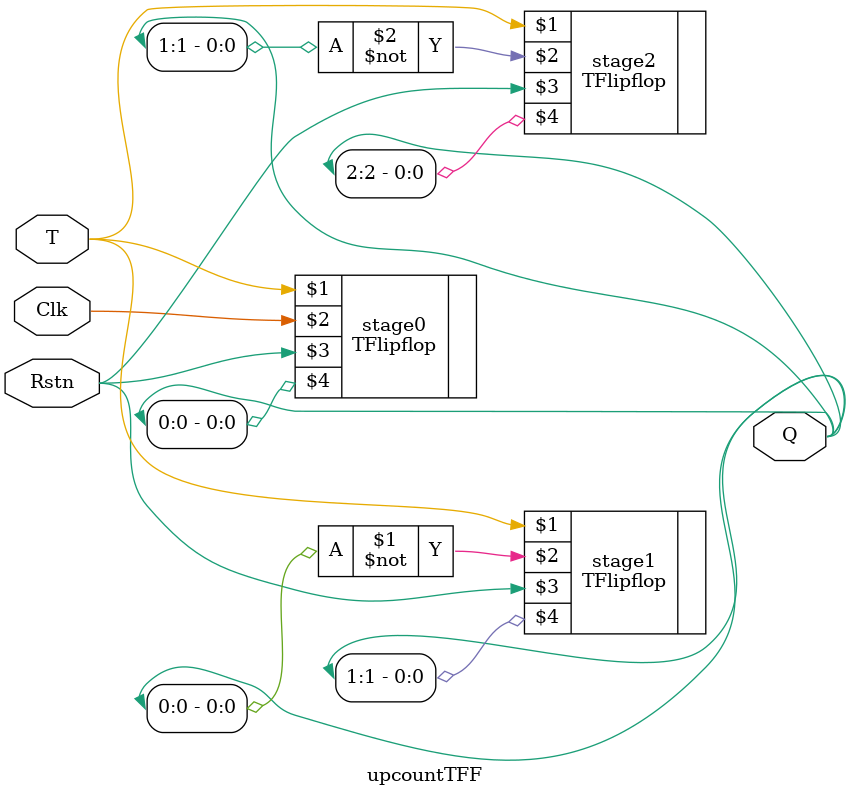
<source format=v>
module upcountTFF(T,Clk,Rstn,Q);

input Clk, Rstn, T;
output [3:0]Q;

//TFlipflop(T, Clk, Resetn, Q);	
TFlipflop stage0 (T,Clk,Rstn,Q[0]);
TFlipflop stage1 (T,~Q[0],Rstn,Q[1]);
TFlipflop stage2 (T,~Q[1],Rstn,Q[2]);

endmodule
</source>
